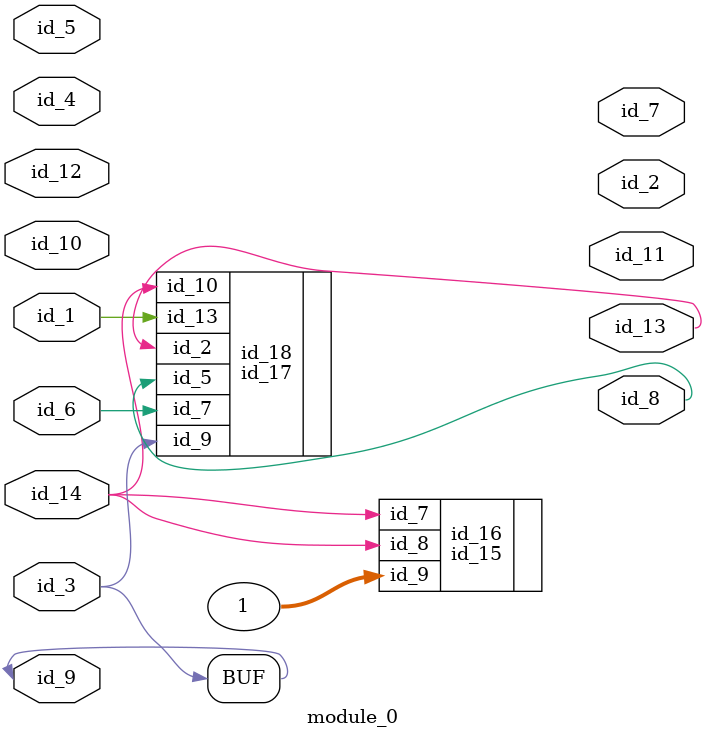
<source format=v>
module module_0 (
    id_1,
    id_2,
    id_3,
    id_4,
    id_5,
    id_6,
    id_7,
    id_8,
    id_9,
    id_10,
    id_11,
    id_12,
    id_13,
    id_14
);
  input id_14;
  output id_13;
  input id_12;
  output id_11;
  input id_10;
  input id_9;
  output id_8;
  output id_7;
  input id_6;
  input id_5;
  input id_4;
  input id_3;
  output id_2;
  input id_1;
  id_15 id_16 (
      .id_7(id_14),
      .id_9(1),
      .id_8(id_14)
  );
  id_17 id_18 (
      .id_5 (id_8),
      .id_9 (id_3),
      .id_10(id_6),
      .id_2 (id_13),
      .id_13(id_1),
      .id_7 (id_6),
      .id_10(id_14)
  );
  assign id_3 = id_9;
endmodule

</source>
